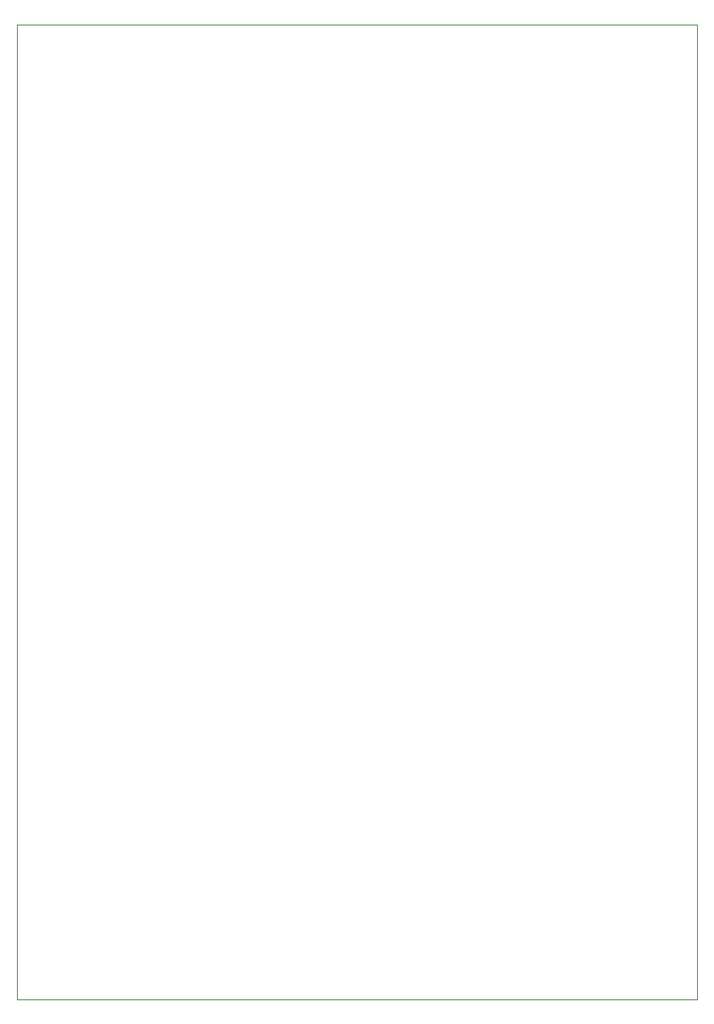
<source format=gbr>
G04 #@! TF.GenerationSoftware,KiCad,Pcbnew,9.0.6*
G04 #@! TF.CreationDate,2025-12-30T14:31:12-05:00*
G04 #@! TF.ProjectId,keyboard,6b657962-6f61-4726-942e-6b696361645f,rev?*
G04 #@! TF.SameCoordinates,Original*
G04 #@! TF.FileFunction,Profile,NP*
%FSLAX46Y46*%
G04 Gerber Fmt 4.6, Leading zero omitted, Abs format (unit mm)*
G04 Created by KiCad (PCBNEW 9.0.6) date 2025-12-30 14:31:12*
%MOMM*%
%LPD*%
G01*
G04 APERTURE LIST*
G04 #@! TA.AperFunction,Profile*
%ADD10C,0.050000*%
G04 #@! TD*
G04 APERTURE END LIST*
D10*
X24858924Y-47419456D02*
X92721972Y-47419456D01*
X92721972Y-144738212D01*
X24858924Y-144738212D01*
X24858924Y-47419456D01*
M02*

</source>
